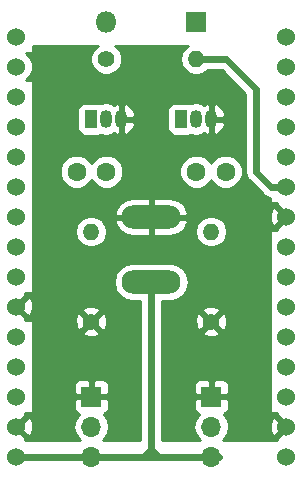
<source format=gbr>
G04 #@! TF.GenerationSoftware,KiCad,Pcbnew,(5.0.1)-4*
G04 #@! TF.CreationDate,2018-12-08T00:24:21+01:00*
G04 #@! TF.ProjectId,Motion Detector,4D6F74696F6E204465746563746F722E,rev?*
G04 #@! TF.SameCoordinates,Original*
G04 #@! TF.FileFunction,Copper,L2,Bot,Signal*
G04 #@! TF.FilePolarity,Positive*
%FSLAX46Y46*%
G04 Gerber Fmt 4.6, Leading zero omitted, Abs format (unit mm)*
G04 Created by KiCad (PCBNEW (5.0.1)-4) date 08-Dec-18 12:24:21 AM*
%MOMM*%
%LPD*%
G01*
G04 APERTURE LIST*
G04 #@! TA.AperFunction,ComponentPad*
%ADD10C,1.600000*%
G04 #@! TD*
G04 #@! TA.AperFunction,ComponentPad*
%ADD11R,1.800000X1.800000*%
G04 #@! TD*
G04 #@! TA.AperFunction,ComponentPad*
%ADD12O,1.800000X1.800000*%
G04 #@! TD*
G04 #@! TA.AperFunction,ComponentPad*
%ADD13O,5.000000X2.000000*%
G04 #@! TD*
G04 #@! TA.AperFunction,ComponentPad*
%ADD14R,1.700000X1.700000*%
G04 #@! TD*
G04 #@! TA.AperFunction,ComponentPad*
%ADD15O,1.700000X1.700000*%
G04 #@! TD*
G04 #@! TA.AperFunction,ComponentPad*
%ADD16O,1.050000X1.500000*%
G04 #@! TD*
G04 #@! TA.AperFunction,ComponentPad*
%ADD17R,1.050000X1.500000*%
G04 #@! TD*
G04 #@! TA.AperFunction,ComponentPad*
%ADD18O,1.400000X1.400000*%
G04 #@! TD*
G04 #@! TA.AperFunction,ComponentPad*
%ADD19C,1.400000*%
G04 #@! TD*
G04 #@! TA.AperFunction,ComponentPad*
%ADD20C,1.524000*%
G04 #@! TD*
G04 #@! TA.AperFunction,Conductor*
%ADD21C,0.600000*%
G04 #@! TD*
G04 #@! TA.AperFunction,Conductor*
%ADD22C,0.254000*%
G04 #@! TD*
G04 APERTURE END LIST*
D10*
G04 #@! TO.P,C1,2*
G04 #@! TO.N,/D2*
X154900000Y-88900000D03*
G04 #@! TO.P,C1,1*
G04 #@! TO.N,/DB2*
X152400000Y-88900000D03*
G04 #@! TD*
G04 #@! TO.P,C2,2*
G04 #@! TO.N,/D1*
X142280000Y-88900000D03*
G04 #@! TO.P,C2,1*
G04 #@! TO.N,/DB1*
X144780000Y-88900000D03*
G04 #@! TD*
D11*
G04 #@! TO.P,D1,1*
G04 #@! TO.N,/D0*
X152400000Y-76200000D03*
D12*
G04 #@! TO.P,D1,2*
G04 #@! TO.N,/RST*
X144780000Y-76200000D03*
G04 #@! TD*
D13*
G04 #@! TO.P,J1,1*
G04 #@! TO.N,GND*
X148590000Y-92750000D03*
G04 #@! TO.P,J1,2*
G04 #@! TO.N,VCC*
X148590000Y-98250000D03*
G04 #@! TD*
D14*
G04 #@! TO.P,J2,1*
G04 #@! TO.N,GND*
X153670000Y-107950000D03*
D15*
G04 #@! TO.P,J2,2*
G04 #@! TO.N,/D2*
X153670000Y-110490000D03*
G04 #@! TO.P,J2,3*
G04 #@! TO.N,VCC*
X153670000Y-113030000D03*
G04 #@! TD*
G04 #@! TO.P,J3,3*
G04 #@! TO.N,VCC*
X143510000Y-113030000D03*
G04 #@! TO.P,J3,2*
G04 #@! TO.N,/D1*
X143510000Y-110490000D03*
D14*
G04 #@! TO.P,J3,1*
G04 #@! TO.N,GND*
X143510000Y-107950000D03*
G04 #@! TD*
D16*
G04 #@! TO.P,Q1,2*
G04 #@! TO.N,/DB2*
X152400000Y-84455000D03*
G04 #@! TO.P,Q1,3*
G04 #@! TO.N,GND*
X153670000Y-84455000D03*
D17*
G04 #@! TO.P,Q1,1*
G04 #@! TO.N,/RST*
X151130000Y-84455000D03*
G04 #@! TD*
G04 #@! TO.P,Q2,1*
G04 #@! TO.N,/RST*
X143510000Y-84455000D03*
D16*
G04 #@! TO.P,Q2,3*
G04 #@! TO.N,GND*
X146050000Y-84455000D03*
G04 #@! TO.P,Q2,2*
G04 #@! TO.N,/DB1*
X144780000Y-84455000D03*
G04 #@! TD*
D18*
G04 #@! TO.P,R1,2*
G04 #@! TO.N,/DB2*
X153670000Y-93980000D03*
D19*
G04 #@! TO.P,R1,1*
G04 #@! TO.N,GND*
X153670000Y-101600000D03*
G04 #@! TD*
G04 #@! TO.P,R2,1*
G04 #@! TO.N,GND*
X143510000Y-101600000D03*
D18*
G04 #@! TO.P,R2,2*
G04 #@! TO.N,/DB1*
X143510000Y-93980000D03*
G04 #@! TD*
D19*
G04 #@! TO.P,R3,1*
G04 #@! TO.N,/RST*
X144780000Y-79375000D03*
D18*
G04 #@! TO.P,R3,2*
G04 #@! TO.N,+3V3*
X152400000Y-79375000D03*
G04 #@! TD*
D20*
G04 #@! TO.P,U1,1*
G04 #@! TO.N,Net-(U1-Pad1)*
X137160000Y-77470000D03*
G04 #@! TO.P,U1,2*
G04 #@! TO.N,Net-(U1-Pad2)*
X137160000Y-80010000D03*
G04 #@! TO.P,U1,3*
G04 #@! TO.N,Net-(U1-Pad3)*
X137160000Y-82550000D03*
G04 #@! TO.P,U1,4*
G04 #@! TO.N,Net-(U1-Pad4)*
X137160000Y-85090000D03*
G04 #@! TO.P,U1,5*
G04 #@! TO.N,Net-(U1-Pad5)*
X137160000Y-87630000D03*
G04 #@! TO.P,U1,6*
G04 #@! TO.N,Net-(U1-Pad6)*
X137160000Y-90170000D03*
G04 #@! TO.P,U1,7*
G04 #@! TO.N,Net-(U1-Pad7)*
X137160000Y-92710000D03*
G04 #@! TO.P,U1,8*
G04 #@! TO.N,Net-(U1-Pad8)*
X137160000Y-95250000D03*
G04 #@! TO.P,U1,9*
G04 #@! TO.N,Net-(U1-Pad9)*
X137160000Y-97790000D03*
G04 #@! TO.P,U1,10*
G04 #@! TO.N,GND*
X137160000Y-100330000D03*
G04 #@! TO.P,U1,11*
G04 #@! TO.N,+3V3*
X137160000Y-102870000D03*
G04 #@! TO.P,U1,12*
G04 #@! TO.N,Net-(U1-Pad12)*
X137160000Y-105410000D03*
G04 #@! TO.P,U1,13*
G04 #@! TO.N,/RST*
X137160000Y-107950000D03*
G04 #@! TO.P,U1,14*
G04 #@! TO.N,GND*
X137160000Y-110490000D03*
G04 #@! TO.P,U1,15*
G04 #@! TO.N,VCC*
X137160000Y-113030000D03*
G04 #@! TO.P,U1,16*
G04 #@! TO.N,+3V3*
X160020000Y-113030000D03*
G04 #@! TO.P,U1,17*
G04 #@! TO.N,GND*
X160020000Y-110490000D03*
G04 #@! TO.P,U1,18*
G04 #@! TO.N,Net-(U1-Pad18)*
X160020000Y-107950000D03*
G04 #@! TO.P,U1,19*
G04 #@! TO.N,Net-(U1-Pad19)*
X160020000Y-105410000D03*
G04 #@! TO.P,U1,20*
G04 #@! TO.N,Net-(U1-Pad20)*
X160020000Y-102870000D03*
G04 #@! TO.P,U1,21*
G04 #@! TO.N,Net-(U1-Pad21)*
X160020000Y-100330000D03*
G04 #@! TO.P,U1,22*
G04 #@! TO.N,Net-(U1-Pad22)*
X160020000Y-97790000D03*
G04 #@! TO.P,U1,23*
G04 #@! TO.N,Net-(U1-Pad23)*
X160020000Y-95250000D03*
G04 #@! TO.P,U1,24*
G04 #@! TO.N,GND*
X160020000Y-92710000D03*
G04 #@! TO.P,U1,25*
G04 #@! TO.N,+3V3*
X160020000Y-90170000D03*
G04 #@! TO.P,U1,26*
G04 #@! TO.N,Net-(U1-Pad26)*
X160020000Y-87630000D03*
G04 #@! TO.P,U1,27*
G04 #@! TO.N,Net-(U1-Pad27)*
X160020000Y-85090000D03*
G04 #@! TO.P,U1,28*
G04 #@! TO.N,/D2*
X160020000Y-82550000D03*
G04 #@! TO.P,U1,29*
G04 #@! TO.N,/D1*
X160020000Y-80010000D03*
G04 #@! TO.P,U1,30*
G04 #@! TO.N,/D0*
X160020000Y-77470000D03*
G04 #@! TD*
D21*
G04 #@! TO.N,VCC*
X137160000Y-113030000D02*
X143510000Y-113030000D01*
X148590000Y-98250000D02*
X148590000Y-99850000D01*
X148590000Y-112395000D02*
X149225000Y-113030000D01*
X149225000Y-113030000D02*
X154305000Y-113030000D01*
X148590000Y-113030000D02*
X149225000Y-113030000D01*
X148590000Y-112395000D02*
X148590000Y-113030000D01*
X148590000Y-99850000D02*
X148590000Y-112395000D01*
X148590000Y-112395000D02*
X147955000Y-113030000D01*
X143510000Y-113030000D02*
X147955000Y-113030000D01*
X147955000Y-113030000D02*
X148590000Y-113030000D01*
G04 #@! TO.N,+3V3*
X158750000Y-90170000D02*
X160020000Y-90170000D01*
X157480000Y-88900000D02*
X158750000Y-90170000D01*
X157480000Y-81915000D02*
X157480000Y-88900000D01*
X152400000Y-79375000D02*
X154940000Y-79375000D01*
X154940000Y-79375000D02*
X157480000Y-81915000D01*
G04 #@! TD*
D22*
G04 #@! TO.N,GND*
G36*
X144023783Y-78243242D02*
X143648242Y-78618783D01*
X143445000Y-79109452D01*
X143445000Y-79640548D01*
X143648242Y-80131217D01*
X144023783Y-80506758D01*
X144514452Y-80710000D01*
X145045548Y-80710000D01*
X145536217Y-80506758D01*
X145911758Y-80131217D01*
X146115000Y-79640548D01*
X146115000Y-79109452D01*
X145911758Y-78618783D01*
X145536217Y-78243242D01*
X145509076Y-78232000D01*
X151707685Y-78232000D01*
X151437519Y-78412519D01*
X151142458Y-78854109D01*
X151038846Y-79375000D01*
X151142458Y-79895891D01*
X151437519Y-80337481D01*
X151879109Y-80632542D01*
X152268515Y-80710000D01*
X152531485Y-80710000D01*
X152920891Y-80632542D01*
X153362481Y-80337481D01*
X153380843Y-80310000D01*
X154552711Y-80310000D01*
X156545000Y-82302290D01*
X156545001Y-88807910D01*
X156526683Y-88900000D01*
X156599250Y-89264818D01*
X156599251Y-89264819D01*
X156805904Y-89574097D01*
X156883970Y-89626259D01*
X158023741Y-90766031D01*
X158075903Y-90844097D01*
X158385181Y-91050750D01*
X158623000Y-91098055D01*
X158623000Y-91440000D01*
X158632667Y-91488601D01*
X158660197Y-91529803D01*
X158701399Y-91557333D01*
X158750000Y-91567000D01*
X159266084Y-91567000D01*
X159219392Y-91729787D01*
X160020000Y-92530395D01*
X160034143Y-92516253D01*
X160213748Y-92695858D01*
X160199605Y-92710000D01*
X160213748Y-92724143D01*
X160034143Y-92903748D01*
X160020000Y-92889605D01*
X159219392Y-93690213D01*
X159266084Y-93853000D01*
X158750000Y-93853000D01*
X158701399Y-93862667D01*
X158660197Y-93890197D01*
X158632667Y-93931399D01*
X158623000Y-93980000D01*
X158623000Y-109220000D01*
X158632667Y-109268601D01*
X158660197Y-109309803D01*
X158701399Y-109337333D01*
X158750000Y-109347000D01*
X159266084Y-109347000D01*
X159219392Y-109509787D01*
X160020000Y-110310395D01*
X160034143Y-110296253D01*
X160213748Y-110475858D01*
X160199605Y-110490000D01*
X160213748Y-110504143D01*
X160034143Y-110683748D01*
X160020000Y-110669605D01*
X159219392Y-111470213D01*
X159266084Y-111633000D01*
X154632308Y-111633000D01*
X154740625Y-111560625D01*
X155068839Y-111069418D01*
X155184092Y-110490000D01*
X155142779Y-110282302D01*
X158610856Y-110282302D01*
X158638638Y-110837368D01*
X158797603Y-111221143D01*
X159039787Y-111290608D01*
X159840395Y-110490000D01*
X159039787Y-109689392D01*
X158797603Y-109758857D01*
X158610856Y-110282302D01*
X155142779Y-110282302D01*
X155068839Y-109910582D01*
X154740625Y-109419375D01*
X154718967Y-109404904D01*
X154879698Y-109338327D01*
X155058327Y-109159699D01*
X155155000Y-108926310D01*
X155155000Y-108235750D01*
X154996250Y-108077000D01*
X153797000Y-108077000D01*
X153797000Y-108097000D01*
X153543000Y-108097000D01*
X153543000Y-108077000D01*
X152343750Y-108077000D01*
X152185000Y-108235750D01*
X152185000Y-108926310D01*
X152281673Y-109159699D01*
X152460302Y-109338327D01*
X152621033Y-109404904D01*
X152599375Y-109419375D01*
X152271161Y-109910582D01*
X152155908Y-110490000D01*
X152271161Y-111069418D01*
X152599375Y-111560625D01*
X152707692Y-111633000D01*
X149525000Y-111633000D01*
X149525000Y-106973690D01*
X152185000Y-106973690D01*
X152185000Y-107664250D01*
X152343750Y-107823000D01*
X153543000Y-107823000D01*
X153543000Y-106623750D01*
X153797000Y-106623750D01*
X153797000Y-107823000D01*
X154996250Y-107823000D01*
X155155000Y-107664250D01*
X155155000Y-106973690D01*
X155058327Y-106740301D01*
X154879698Y-106561673D01*
X154646309Y-106465000D01*
X153955750Y-106465000D01*
X153797000Y-106623750D01*
X153543000Y-106623750D01*
X153384250Y-106465000D01*
X152693691Y-106465000D01*
X152460302Y-106561673D01*
X152281673Y-106740301D01*
X152185000Y-106973690D01*
X149525000Y-106973690D01*
X149525000Y-102535275D01*
X152914331Y-102535275D01*
X152976169Y-102771042D01*
X153477122Y-102947419D01*
X154007440Y-102918664D01*
X154363831Y-102771042D01*
X154425669Y-102535275D01*
X153670000Y-101779605D01*
X152914331Y-102535275D01*
X149525000Y-102535275D01*
X149525000Y-101407122D01*
X152322581Y-101407122D01*
X152351336Y-101937440D01*
X152498958Y-102293831D01*
X152734725Y-102355669D01*
X153490395Y-101600000D01*
X153849605Y-101600000D01*
X154605275Y-102355669D01*
X154841042Y-102293831D01*
X155017419Y-101792878D01*
X154988664Y-101262560D01*
X154841042Y-100906169D01*
X154605275Y-100844331D01*
X153849605Y-101600000D01*
X153490395Y-101600000D01*
X152734725Y-100844331D01*
X152498958Y-100906169D01*
X152322581Y-101407122D01*
X149525000Y-101407122D01*
X149525000Y-100664725D01*
X152914331Y-100664725D01*
X153670000Y-101420395D01*
X154425669Y-100664725D01*
X154363831Y-100428958D01*
X153862878Y-100252581D01*
X153332560Y-100281336D01*
X152976169Y-100428958D01*
X152914331Y-100664725D01*
X149525000Y-100664725D01*
X149525000Y-99885000D01*
X150251031Y-99885000D01*
X150727945Y-99790136D01*
X151268769Y-99428769D01*
X151630136Y-98887945D01*
X151757031Y-98250000D01*
X151630136Y-97612055D01*
X151268769Y-97071231D01*
X150727945Y-96709864D01*
X150251031Y-96615000D01*
X146928969Y-96615000D01*
X146452055Y-96709864D01*
X145911231Y-97071231D01*
X145549864Y-97612055D01*
X145422969Y-98250000D01*
X145549864Y-98887945D01*
X145911231Y-99428769D01*
X146452055Y-99790136D01*
X146928969Y-99885000D01*
X147655000Y-99885000D01*
X147655001Y-111633000D01*
X144472308Y-111633000D01*
X144580625Y-111560625D01*
X144908839Y-111069418D01*
X145024092Y-110490000D01*
X144908839Y-109910582D01*
X144580625Y-109419375D01*
X144558967Y-109404904D01*
X144719698Y-109338327D01*
X144898327Y-109159699D01*
X144995000Y-108926310D01*
X144995000Y-108235750D01*
X144836250Y-108077000D01*
X143637000Y-108077000D01*
X143637000Y-108097000D01*
X143383000Y-108097000D01*
X143383000Y-108077000D01*
X142183750Y-108077000D01*
X142025000Y-108235750D01*
X142025000Y-108926310D01*
X142121673Y-109159699D01*
X142300302Y-109338327D01*
X142461033Y-109404904D01*
X142439375Y-109419375D01*
X142111161Y-109910582D01*
X141995908Y-110490000D01*
X142111161Y-111069418D01*
X142439375Y-111560625D01*
X142547692Y-111633000D01*
X137913916Y-111633000D01*
X137960608Y-111470213D01*
X137160000Y-110669605D01*
X137145858Y-110683748D01*
X136966253Y-110504143D01*
X136980395Y-110490000D01*
X137339605Y-110490000D01*
X138140213Y-111290608D01*
X138382397Y-111221143D01*
X138569144Y-110697698D01*
X138541362Y-110142632D01*
X138382397Y-109758857D01*
X138140213Y-109689392D01*
X137339605Y-110490000D01*
X136980395Y-110490000D01*
X136966253Y-110475858D01*
X137145858Y-110296253D01*
X137160000Y-110310395D01*
X137960608Y-109509787D01*
X137913916Y-109347000D01*
X138430000Y-109347000D01*
X138478601Y-109337333D01*
X138519803Y-109309803D01*
X138547333Y-109268601D01*
X138557000Y-109220000D01*
X138557000Y-106973690D01*
X142025000Y-106973690D01*
X142025000Y-107664250D01*
X142183750Y-107823000D01*
X143383000Y-107823000D01*
X143383000Y-106623750D01*
X143637000Y-106623750D01*
X143637000Y-107823000D01*
X144836250Y-107823000D01*
X144995000Y-107664250D01*
X144995000Y-106973690D01*
X144898327Y-106740301D01*
X144719698Y-106561673D01*
X144486309Y-106465000D01*
X143795750Y-106465000D01*
X143637000Y-106623750D01*
X143383000Y-106623750D01*
X143224250Y-106465000D01*
X142533691Y-106465000D01*
X142300302Y-106561673D01*
X142121673Y-106740301D01*
X142025000Y-106973690D01*
X138557000Y-106973690D01*
X138557000Y-102535275D01*
X142754331Y-102535275D01*
X142816169Y-102771042D01*
X143317122Y-102947419D01*
X143847440Y-102918664D01*
X144203831Y-102771042D01*
X144265669Y-102535275D01*
X143510000Y-101779605D01*
X142754331Y-102535275D01*
X138557000Y-102535275D01*
X138557000Y-101600000D01*
X138547333Y-101551399D01*
X138519803Y-101510197D01*
X138478601Y-101482667D01*
X138430000Y-101473000D01*
X137913916Y-101473000D01*
X137932811Y-101407122D01*
X142162581Y-101407122D01*
X142191336Y-101937440D01*
X142338958Y-102293831D01*
X142574725Y-102355669D01*
X143330395Y-101600000D01*
X143689605Y-101600000D01*
X144445275Y-102355669D01*
X144681042Y-102293831D01*
X144857419Y-101792878D01*
X144828664Y-101262560D01*
X144681042Y-100906169D01*
X144445275Y-100844331D01*
X143689605Y-101600000D01*
X143330395Y-101600000D01*
X142574725Y-100844331D01*
X142338958Y-100906169D01*
X142162581Y-101407122D01*
X137932811Y-101407122D01*
X137960608Y-101310213D01*
X137160000Y-100509605D01*
X137145858Y-100523748D01*
X136966253Y-100344143D01*
X136980395Y-100330000D01*
X137339605Y-100330000D01*
X138140213Y-101130608D01*
X138382397Y-101061143D01*
X138523825Y-100664725D01*
X142754331Y-100664725D01*
X143510000Y-101420395D01*
X144265669Y-100664725D01*
X144203831Y-100428958D01*
X143702878Y-100252581D01*
X143172560Y-100281336D01*
X142816169Y-100428958D01*
X142754331Y-100664725D01*
X138523825Y-100664725D01*
X138569144Y-100537698D01*
X138541362Y-99982632D01*
X138382397Y-99598857D01*
X138140213Y-99529392D01*
X137339605Y-100330000D01*
X136980395Y-100330000D01*
X136966253Y-100315858D01*
X137145858Y-100136253D01*
X137160000Y-100150395D01*
X137960608Y-99349787D01*
X137913916Y-99187000D01*
X138430000Y-99187000D01*
X138478601Y-99177333D01*
X138519803Y-99149803D01*
X138547333Y-99108601D01*
X138557000Y-99060000D01*
X138557000Y-93980000D01*
X142148846Y-93980000D01*
X142252458Y-94500891D01*
X142547519Y-94942481D01*
X142989109Y-95237542D01*
X143378515Y-95315000D01*
X143641485Y-95315000D01*
X144030891Y-95237542D01*
X144472481Y-94942481D01*
X144767542Y-94500891D01*
X144871154Y-93980000D01*
X144767542Y-93459109D01*
X144547929Y-93130434D01*
X145499876Y-93130434D01*
X145530856Y-93258355D01*
X145844078Y-93816317D01*
X146346980Y-94211942D01*
X146963000Y-94385000D01*
X148463000Y-94385000D01*
X148463000Y-92877000D01*
X148717000Y-92877000D01*
X148717000Y-94385000D01*
X150217000Y-94385000D01*
X150833020Y-94211942D01*
X151127854Y-93980000D01*
X152308846Y-93980000D01*
X152412458Y-94500891D01*
X152707519Y-94942481D01*
X153149109Y-95237542D01*
X153538515Y-95315000D01*
X153801485Y-95315000D01*
X154190891Y-95237542D01*
X154632481Y-94942481D01*
X154927542Y-94500891D01*
X155031154Y-93980000D01*
X154927542Y-93459109D01*
X154632481Y-93017519D01*
X154190891Y-92722458D01*
X153801485Y-92645000D01*
X153538515Y-92645000D01*
X153149109Y-92722458D01*
X152707519Y-93017519D01*
X152412458Y-93459109D01*
X152308846Y-93980000D01*
X151127854Y-93980000D01*
X151335922Y-93816317D01*
X151649144Y-93258355D01*
X151680124Y-93130434D01*
X151560777Y-92877000D01*
X148717000Y-92877000D01*
X148463000Y-92877000D01*
X145619223Y-92877000D01*
X145499876Y-93130434D01*
X144547929Y-93130434D01*
X144472481Y-93017519D01*
X144030891Y-92722458D01*
X143641485Y-92645000D01*
X143378515Y-92645000D01*
X142989109Y-92722458D01*
X142547519Y-93017519D01*
X142252458Y-93459109D01*
X142148846Y-93980000D01*
X138557000Y-93980000D01*
X138557000Y-92369566D01*
X145499876Y-92369566D01*
X145619223Y-92623000D01*
X148463000Y-92623000D01*
X148463000Y-91115000D01*
X148717000Y-91115000D01*
X148717000Y-92623000D01*
X151560777Y-92623000D01*
X151617616Y-92502302D01*
X158610856Y-92502302D01*
X158638638Y-93057368D01*
X158797603Y-93441143D01*
X159039787Y-93510608D01*
X159840395Y-92710000D01*
X159039787Y-91909392D01*
X158797603Y-91978857D01*
X158610856Y-92502302D01*
X151617616Y-92502302D01*
X151680124Y-92369566D01*
X151649144Y-92241645D01*
X151335922Y-91683683D01*
X150833020Y-91288058D01*
X150217000Y-91115000D01*
X148717000Y-91115000D01*
X148463000Y-91115000D01*
X146963000Y-91115000D01*
X146346980Y-91288058D01*
X145844078Y-91683683D01*
X145530856Y-92241645D01*
X145499876Y-92369566D01*
X138557000Y-92369566D01*
X138557000Y-88614561D01*
X140845000Y-88614561D01*
X140845000Y-89185439D01*
X141063466Y-89712862D01*
X141467138Y-90116534D01*
X141994561Y-90335000D01*
X142565439Y-90335000D01*
X143092862Y-90116534D01*
X143496534Y-89712862D01*
X143530000Y-89632068D01*
X143563466Y-89712862D01*
X143967138Y-90116534D01*
X144494561Y-90335000D01*
X145065439Y-90335000D01*
X145592862Y-90116534D01*
X145996534Y-89712862D01*
X146215000Y-89185439D01*
X146215000Y-88614561D01*
X150965000Y-88614561D01*
X150965000Y-89185439D01*
X151183466Y-89712862D01*
X151587138Y-90116534D01*
X152114561Y-90335000D01*
X152685439Y-90335000D01*
X153212862Y-90116534D01*
X153616534Y-89712862D01*
X153650000Y-89632068D01*
X153683466Y-89712862D01*
X154087138Y-90116534D01*
X154614561Y-90335000D01*
X155185439Y-90335000D01*
X155712862Y-90116534D01*
X156116534Y-89712862D01*
X156335000Y-89185439D01*
X156335000Y-88614561D01*
X156116534Y-88087138D01*
X155712862Y-87683466D01*
X155185439Y-87465000D01*
X154614561Y-87465000D01*
X154087138Y-87683466D01*
X153683466Y-88087138D01*
X153650000Y-88167932D01*
X153616534Y-88087138D01*
X153212862Y-87683466D01*
X152685439Y-87465000D01*
X152114561Y-87465000D01*
X151587138Y-87683466D01*
X151183466Y-88087138D01*
X150965000Y-88614561D01*
X146215000Y-88614561D01*
X145996534Y-88087138D01*
X145592862Y-87683466D01*
X145065439Y-87465000D01*
X144494561Y-87465000D01*
X143967138Y-87683466D01*
X143563466Y-88087138D01*
X143530000Y-88167932D01*
X143496534Y-88087138D01*
X143092862Y-87683466D01*
X142565439Y-87465000D01*
X141994561Y-87465000D01*
X141467138Y-87683466D01*
X141063466Y-88087138D01*
X140845000Y-88614561D01*
X138557000Y-88614561D01*
X138557000Y-83705000D01*
X142337560Y-83705000D01*
X142337560Y-85205000D01*
X142386843Y-85452765D01*
X142527191Y-85662809D01*
X142737235Y-85803157D01*
X142985000Y-85852440D01*
X144035000Y-85852440D01*
X144282765Y-85803157D01*
X144328134Y-85772842D01*
X144780000Y-85862725D01*
X145232609Y-85772695D01*
X145424996Y-85644146D01*
X145682664Y-85790266D01*
X145744190Y-85798964D01*
X145923000Y-85673163D01*
X145923000Y-84879709D01*
X145940000Y-84794245D01*
X145940000Y-84582000D01*
X146177000Y-84582000D01*
X146177000Y-85673163D01*
X146355810Y-85798964D01*
X146417336Y-85790266D01*
X146814255Y-85565179D01*
X147094823Y-85205331D01*
X147216326Y-84765506D01*
X147056593Y-84582000D01*
X146177000Y-84582000D01*
X145940000Y-84582000D01*
X145940000Y-84115754D01*
X145923000Y-84030290D01*
X145923000Y-83236837D01*
X146177000Y-83236837D01*
X146177000Y-84328000D01*
X147056593Y-84328000D01*
X147216326Y-84144494D01*
X147094915Y-83705000D01*
X149957560Y-83705000D01*
X149957560Y-85205000D01*
X150006843Y-85452765D01*
X150147191Y-85662809D01*
X150357235Y-85803157D01*
X150605000Y-85852440D01*
X151655000Y-85852440D01*
X151902765Y-85803157D01*
X151948134Y-85772842D01*
X152400000Y-85862725D01*
X152852609Y-85772695D01*
X153044996Y-85644146D01*
X153302664Y-85790266D01*
X153364190Y-85798964D01*
X153543000Y-85673163D01*
X153543000Y-84879709D01*
X153560000Y-84794245D01*
X153560000Y-84582000D01*
X153797000Y-84582000D01*
X153797000Y-85673163D01*
X153975810Y-85798964D01*
X154037336Y-85790266D01*
X154434255Y-85565179D01*
X154714823Y-85205331D01*
X154836326Y-84765506D01*
X154676593Y-84582000D01*
X153797000Y-84582000D01*
X153560000Y-84582000D01*
X153560000Y-84115754D01*
X153543000Y-84030290D01*
X153543000Y-83236837D01*
X153797000Y-83236837D01*
X153797000Y-84328000D01*
X154676593Y-84328000D01*
X154836326Y-84144494D01*
X154714823Y-83704669D01*
X154434255Y-83344821D01*
X154037336Y-83119734D01*
X153975810Y-83111036D01*
X153797000Y-83236837D01*
X153543000Y-83236837D01*
X153364190Y-83111036D01*
X153302664Y-83119734D01*
X153044996Y-83265854D01*
X152852608Y-83137305D01*
X152400000Y-83047275D01*
X151948133Y-83137157D01*
X151902765Y-83106843D01*
X151655000Y-83057560D01*
X150605000Y-83057560D01*
X150357235Y-83106843D01*
X150147191Y-83247191D01*
X150006843Y-83457235D01*
X149957560Y-83705000D01*
X147094915Y-83705000D01*
X147094823Y-83704669D01*
X146814255Y-83344821D01*
X146417336Y-83119734D01*
X146355810Y-83111036D01*
X146177000Y-83236837D01*
X145923000Y-83236837D01*
X145744190Y-83111036D01*
X145682664Y-83119734D01*
X145424996Y-83265854D01*
X145232608Y-83137305D01*
X144780000Y-83047275D01*
X144328133Y-83137157D01*
X144282765Y-83106843D01*
X144035000Y-83057560D01*
X142985000Y-83057560D01*
X142737235Y-83106843D01*
X142527191Y-83247191D01*
X142386843Y-83457235D01*
X142337560Y-83705000D01*
X138557000Y-83705000D01*
X138557000Y-81280000D01*
X138547333Y-81231399D01*
X138519803Y-81190197D01*
X138478601Y-81162667D01*
X138430000Y-81153000D01*
X137992657Y-81153000D01*
X138344320Y-80801337D01*
X138557000Y-80287881D01*
X138557000Y-79732119D01*
X138344320Y-79218663D01*
X137992657Y-78867000D01*
X138430000Y-78867000D01*
X138478601Y-78857333D01*
X138519803Y-78829803D01*
X138547333Y-78788601D01*
X138557000Y-78740000D01*
X138557000Y-78232000D01*
X144050924Y-78232000D01*
X144023783Y-78243242D01*
X144023783Y-78243242D01*
G37*
X144023783Y-78243242D02*
X143648242Y-78618783D01*
X143445000Y-79109452D01*
X143445000Y-79640548D01*
X143648242Y-80131217D01*
X144023783Y-80506758D01*
X144514452Y-80710000D01*
X145045548Y-80710000D01*
X145536217Y-80506758D01*
X145911758Y-80131217D01*
X146115000Y-79640548D01*
X146115000Y-79109452D01*
X145911758Y-78618783D01*
X145536217Y-78243242D01*
X145509076Y-78232000D01*
X151707685Y-78232000D01*
X151437519Y-78412519D01*
X151142458Y-78854109D01*
X151038846Y-79375000D01*
X151142458Y-79895891D01*
X151437519Y-80337481D01*
X151879109Y-80632542D01*
X152268515Y-80710000D01*
X152531485Y-80710000D01*
X152920891Y-80632542D01*
X153362481Y-80337481D01*
X153380843Y-80310000D01*
X154552711Y-80310000D01*
X156545000Y-82302290D01*
X156545001Y-88807910D01*
X156526683Y-88900000D01*
X156599250Y-89264818D01*
X156599251Y-89264819D01*
X156805904Y-89574097D01*
X156883970Y-89626259D01*
X158023741Y-90766031D01*
X158075903Y-90844097D01*
X158385181Y-91050750D01*
X158623000Y-91098055D01*
X158623000Y-91440000D01*
X158632667Y-91488601D01*
X158660197Y-91529803D01*
X158701399Y-91557333D01*
X158750000Y-91567000D01*
X159266084Y-91567000D01*
X159219392Y-91729787D01*
X160020000Y-92530395D01*
X160034143Y-92516253D01*
X160213748Y-92695858D01*
X160199605Y-92710000D01*
X160213748Y-92724143D01*
X160034143Y-92903748D01*
X160020000Y-92889605D01*
X159219392Y-93690213D01*
X159266084Y-93853000D01*
X158750000Y-93853000D01*
X158701399Y-93862667D01*
X158660197Y-93890197D01*
X158632667Y-93931399D01*
X158623000Y-93980000D01*
X158623000Y-109220000D01*
X158632667Y-109268601D01*
X158660197Y-109309803D01*
X158701399Y-109337333D01*
X158750000Y-109347000D01*
X159266084Y-109347000D01*
X159219392Y-109509787D01*
X160020000Y-110310395D01*
X160034143Y-110296253D01*
X160213748Y-110475858D01*
X160199605Y-110490000D01*
X160213748Y-110504143D01*
X160034143Y-110683748D01*
X160020000Y-110669605D01*
X159219392Y-111470213D01*
X159266084Y-111633000D01*
X154632308Y-111633000D01*
X154740625Y-111560625D01*
X155068839Y-111069418D01*
X155184092Y-110490000D01*
X155142779Y-110282302D01*
X158610856Y-110282302D01*
X158638638Y-110837368D01*
X158797603Y-111221143D01*
X159039787Y-111290608D01*
X159840395Y-110490000D01*
X159039787Y-109689392D01*
X158797603Y-109758857D01*
X158610856Y-110282302D01*
X155142779Y-110282302D01*
X155068839Y-109910582D01*
X154740625Y-109419375D01*
X154718967Y-109404904D01*
X154879698Y-109338327D01*
X155058327Y-109159699D01*
X155155000Y-108926310D01*
X155155000Y-108235750D01*
X154996250Y-108077000D01*
X153797000Y-108077000D01*
X153797000Y-108097000D01*
X153543000Y-108097000D01*
X153543000Y-108077000D01*
X152343750Y-108077000D01*
X152185000Y-108235750D01*
X152185000Y-108926310D01*
X152281673Y-109159699D01*
X152460302Y-109338327D01*
X152621033Y-109404904D01*
X152599375Y-109419375D01*
X152271161Y-109910582D01*
X152155908Y-110490000D01*
X152271161Y-111069418D01*
X152599375Y-111560625D01*
X152707692Y-111633000D01*
X149525000Y-111633000D01*
X149525000Y-106973690D01*
X152185000Y-106973690D01*
X152185000Y-107664250D01*
X152343750Y-107823000D01*
X153543000Y-107823000D01*
X153543000Y-106623750D01*
X153797000Y-106623750D01*
X153797000Y-107823000D01*
X154996250Y-107823000D01*
X155155000Y-107664250D01*
X155155000Y-106973690D01*
X155058327Y-106740301D01*
X154879698Y-106561673D01*
X154646309Y-106465000D01*
X153955750Y-106465000D01*
X153797000Y-106623750D01*
X153543000Y-106623750D01*
X153384250Y-106465000D01*
X152693691Y-106465000D01*
X152460302Y-106561673D01*
X152281673Y-106740301D01*
X152185000Y-106973690D01*
X149525000Y-106973690D01*
X149525000Y-102535275D01*
X152914331Y-102535275D01*
X152976169Y-102771042D01*
X153477122Y-102947419D01*
X154007440Y-102918664D01*
X154363831Y-102771042D01*
X154425669Y-102535275D01*
X153670000Y-101779605D01*
X152914331Y-102535275D01*
X149525000Y-102535275D01*
X149525000Y-101407122D01*
X152322581Y-101407122D01*
X152351336Y-101937440D01*
X152498958Y-102293831D01*
X152734725Y-102355669D01*
X153490395Y-101600000D01*
X153849605Y-101600000D01*
X154605275Y-102355669D01*
X154841042Y-102293831D01*
X155017419Y-101792878D01*
X154988664Y-101262560D01*
X154841042Y-100906169D01*
X154605275Y-100844331D01*
X153849605Y-101600000D01*
X153490395Y-101600000D01*
X152734725Y-100844331D01*
X152498958Y-100906169D01*
X152322581Y-101407122D01*
X149525000Y-101407122D01*
X149525000Y-100664725D01*
X152914331Y-100664725D01*
X153670000Y-101420395D01*
X154425669Y-100664725D01*
X154363831Y-100428958D01*
X153862878Y-100252581D01*
X153332560Y-100281336D01*
X152976169Y-100428958D01*
X152914331Y-100664725D01*
X149525000Y-100664725D01*
X149525000Y-99885000D01*
X150251031Y-99885000D01*
X150727945Y-99790136D01*
X151268769Y-99428769D01*
X151630136Y-98887945D01*
X151757031Y-98250000D01*
X151630136Y-97612055D01*
X151268769Y-97071231D01*
X150727945Y-96709864D01*
X150251031Y-96615000D01*
X146928969Y-96615000D01*
X146452055Y-96709864D01*
X145911231Y-97071231D01*
X145549864Y-97612055D01*
X145422969Y-98250000D01*
X145549864Y-98887945D01*
X145911231Y-99428769D01*
X146452055Y-99790136D01*
X146928969Y-99885000D01*
X147655000Y-99885000D01*
X147655001Y-111633000D01*
X144472308Y-111633000D01*
X144580625Y-111560625D01*
X144908839Y-111069418D01*
X145024092Y-110490000D01*
X144908839Y-109910582D01*
X144580625Y-109419375D01*
X144558967Y-109404904D01*
X144719698Y-109338327D01*
X144898327Y-109159699D01*
X144995000Y-108926310D01*
X144995000Y-108235750D01*
X144836250Y-108077000D01*
X143637000Y-108077000D01*
X143637000Y-108097000D01*
X143383000Y-108097000D01*
X143383000Y-108077000D01*
X142183750Y-108077000D01*
X142025000Y-108235750D01*
X142025000Y-108926310D01*
X142121673Y-109159699D01*
X142300302Y-109338327D01*
X142461033Y-109404904D01*
X142439375Y-109419375D01*
X142111161Y-109910582D01*
X141995908Y-110490000D01*
X142111161Y-111069418D01*
X142439375Y-111560625D01*
X142547692Y-111633000D01*
X137913916Y-111633000D01*
X137960608Y-111470213D01*
X137160000Y-110669605D01*
X137145858Y-110683748D01*
X136966253Y-110504143D01*
X136980395Y-110490000D01*
X137339605Y-110490000D01*
X138140213Y-111290608D01*
X138382397Y-111221143D01*
X138569144Y-110697698D01*
X138541362Y-110142632D01*
X138382397Y-109758857D01*
X138140213Y-109689392D01*
X137339605Y-110490000D01*
X136980395Y-110490000D01*
X136966253Y-110475858D01*
X137145858Y-110296253D01*
X137160000Y-110310395D01*
X137960608Y-109509787D01*
X137913916Y-109347000D01*
X138430000Y-109347000D01*
X138478601Y-109337333D01*
X138519803Y-109309803D01*
X138547333Y-109268601D01*
X138557000Y-109220000D01*
X138557000Y-106973690D01*
X142025000Y-106973690D01*
X142025000Y-107664250D01*
X142183750Y-107823000D01*
X143383000Y-107823000D01*
X143383000Y-106623750D01*
X143637000Y-106623750D01*
X143637000Y-107823000D01*
X144836250Y-107823000D01*
X144995000Y-107664250D01*
X144995000Y-106973690D01*
X144898327Y-106740301D01*
X144719698Y-106561673D01*
X144486309Y-106465000D01*
X143795750Y-106465000D01*
X143637000Y-106623750D01*
X143383000Y-106623750D01*
X143224250Y-106465000D01*
X142533691Y-106465000D01*
X142300302Y-106561673D01*
X142121673Y-106740301D01*
X142025000Y-106973690D01*
X138557000Y-106973690D01*
X138557000Y-102535275D01*
X142754331Y-102535275D01*
X142816169Y-102771042D01*
X143317122Y-102947419D01*
X143847440Y-102918664D01*
X144203831Y-102771042D01*
X144265669Y-102535275D01*
X143510000Y-101779605D01*
X142754331Y-102535275D01*
X138557000Y-102535275D01*
X138557000Y-101600000D01*
X138547333Y-101551399D01*
X138519803Y-101510197D01*
X138478601Y-101482667D01*
X138430000Y-101473000D01*
X137913916Y-101473000D01*
X137932811Y-101407122D01*
X142162581Y-101407122D01*
X142191336Y-101937440D01*
X142338958Y-102293831D01*
X142574725Y-102355669D01*
X143330395Y-101600000D01*
X143689605Y-101600000D01*
X144445275Y-102355669D01*
X144681042Y-102293831D01*
X144857419Y-101792878D01*
X144828664Y-101262560D01*
X144681042Y-100906169D01*
X144445275Y-100844331D01*
X143689605Y-101600000D01*
X143330395Y-101600000D01*
X142574725Y-100844331D01*
X142338958Y-100906169D01*
X142162581Y-101407122D01*
X137932811Y-101407122D01*
X137960608Y-101310213D01*
X137160000Y-100509605D01*
X137145858Y-100523748D01*
X136966253Y-100344143D01*
X136980395Y-100330000D01*
X137339605Y-100330000D01*
X138140213Y-101130608D01*
X138382397Y-101061143D01*
X138523825Y-100664725D01*
X142754331Y-100664725D01*
X143510000Y-101420395D01*
X144265669Y-100664725D01*
X144203831Y-100428958D01*
X143702878Y-100252581D01*
X143172560Y-100281336D01*
X142816169Y-100428958D01*
X142754331Y-100664725D01*
X138523825Y-100664725D01*
X138569144Y-100537698D01*
X138541362Y-99982632D01*
X138382397Y-99598857D01*
X138140213Y-99529392D01*
X137339605Y-100330000D01*
X136980395Y-100330000D01*
X136966253Y-100315858D01*
X137145858Y-100136253D01*
X137160000Y-100150395D01*
X137960608Y-99349787D01*
X137913916Y-99187000D01*
X138430000Y-99187000D01*
X138478601Y-99177333D01*
X138519803Y-99149803D01*
X138547333Y-99108601D01*
X138557000Y-99060000D01*
X138557000Y-93980000D01*
X142148846Y-93980000D01*
X142252458Y-94500891D01*
X142547519Y-94942481D01*
X142989109Y-95237542D01*
X143378515Y-95315000D01*
X143641485Y-95315000D01*
X144030891Y-95237542D01*
X144472481Y-94942481D01*
X144767542Y-94500891D01*
X144871154Y-93980000D01*
X144767542Y-93459109D01*
X144547929Y-93130434D01*
X145499876Y-93130434D01*
X145530856Y-93258355D01*
X145844078Y-93816317D01*
X146346980Y-94211942D01*
X146963000Y-94385000D01*
X148463000Y-94385000D01*
X148463000Y-92877000D01*
X148717000Y-92877000D01*
X148717000Y-94385000D01*
X150217000Y-94385000D01*
X150833020Y-94211942D01*
X151127854Y-93980000D01*
X152308846Y-93980000D01*
X152412458Y-94500891D01*
X152707519Y-94942481D01*
X153149109Y-95237542D01*
X153538515Y-95315000D01*
X153801485Y-95315000D01*
X154190891Y-95237542D01*
X154632481Y-94942481D01*
X154927542Y-94500891D01*
X155031154Y-93980000D01*
X154927542Y-93459109D01*
X154632481Y-93017519D01*
X154190891Y-92722458D01*
X153801485Y-92645000D01*
X153538515Y-92645000D01*
X153149109Y-92722458D01*
X152707519Y-93017519D01*
X152412458Y-93459109D01*
X152308846Y-93980000D01*
X151127854Y-93980000D01*
X151335922Y-93816317D01*
X151649144Y-93258355D01*
X151680124Y-93130434D01*
X151560777Y-92877000D01*
X148717000Y-92877000D01*
X148463000Y-92877000D01*
X145619223Y-92877000D01*
X145499876Y-93130434D01*
X144547929Y-93130434D01*
X144472481Y-93017519D01*
X144030891Y-92722458D01*
X143641485Y-92645000D01*
X143378515Y-92645000D01*
X142989109Y-92722458D01*
X142547519Y-93017519D01*
X142252458Y-93459109D01*
X142148846Y-93980000D01*
X138557000Y-93980000D01*
X138557000Y-92369566D01*
X145499876Y-92369566D01*
X145619223Y-92623000D01*
X148463000Y-92623000D01*
X148463000Y-91115000D01*
X148717000Y-91115000D01*
X148717000Y-92623000D01*
X151560777Y-92623000D01*
X151617616Y-92502302D01*
X158610856Y-92502302D01*
X158638638Y-93057368D01*
X158797603Y-93441143D01*
X159039787Y-93510608D01*
X159840395Y-92710000D01*
X159039787Y-91909392D01*
X158797603Y-91978857D01*
X158610856Y-92502302D01*
X151617616Y-92502302D01*
X151680124Y-92369566D01*
X151649144Y-92241645D01*
X151335922Y-91683683D01*
X150833020Y-91288058D01*
X150217000Y-91115000D01*
X148717000Y-91115000D01*
X148463000Y-91115000D01*
X146963000Y-91115000D01*
X146346980Y-91288058D01*
X145844078Y-91683683D01*
X145530856Y-92241645D01*
X145499876Y-92369566D01*
X138557000Y-92369566D01*
X138557000Y-88614561D01*
X140845000Y-88614561D01*
X140845000Y-89185439D01*
X141063466Y-89712862D01*
X141467138Y-90116534D01*
X141994561Y-90335000D01*
X142565439Y-90335000D01*
X143092862Y-90116534D01*
X143496534Y-89712862D01*
X143530000Y-89632068D01*
X143563466Y-89712862D01*
X143967138Y-90116534D01*
X144494561Y-90335000D01*
X145065439Y-90335000D01*
X145592862Y-90116534D01*
X145996534Y-89712862D01*
X146215000Y-89185439D01*
X146215000Y-88614561D01*
X150965000Y-88614561D01*
X150965000Y-89185439D01*
X151183466Y-89712862D01*
X151587138Y-90116534D01*
X152114561Y-90335000D01*
X152685439Y-90335000D01*
X153212862Y-90116534D01*
X153616534Y-89712862D01*
X153650000Y-89632068D01*
X153683466Y-89712862D01*
X154087138Y-90116534D01*
X154614561Y-90335000D01*
X155185439Y-90335000D01*
X155712862Y-90116534D01*
X156116534Y-89712862D01*
X156335000Y-89185439D01*
X156335000Y-88614561D01*
X156116534Y-88087138D01*
X155712862Y-87683466D01*
X155185439Y-87465000D01*
X154614561Y-87465000D01*
X154087138Y-87683466D01*
X153683466Y-88087138D01*
X153650000Y-88167932D01*
X153616534Y-88087138D01*
X153212862Y-87683466D01*
X152685439Y-87465000D01*
X152114561Y-87465000D01*
X151587138Y-87683466D01*
X151183466Y-88087138D01*
X150965000Y-88614561D01*
X146215000Y-88614561D01*
X145996534Y-88087138D01*
X145592862Y-87683466D01*
X145065439Y-87465000D01*
X144494561Y-87465000D01*
X143967138Y-87683466D01*
X143563466Y-88087138D01*
X143530000Y-88167932D01*
X143496534Y-88087138D01*
X143092862Y-87683466D01*
X142565439Y-87465000D01*
X141994561Y-87465000D01*
X141467138Y-87683466D01*
X141063466Y-88087138D01*
X140845000Y-88614561D01*
X138557000Y-88614561D01*
X138557000Y-83705000D01*
X142337560Y-83705000D01*
X142337560Y-85205000D01*
X142386843Y-85452765D01*
X142527191Y-85662809D01*
X142737235Y-85803157D01*
X142985000Y-85852440D01*
X144035000Y-85852440D01*
X144282765Y-85803157D01*
X144328134Y-85772842D01*
X144780000Y-85862725D01*
X145232609Y-85772695D01*
X145424996Y-85644146D01*
X145682664Y-85790266D01*
X145744190Y-85798964D01*
X145923000Y-85673163D01*
X145923000Y-84879709D01*
X145940000Y-84794245D01*
X145940000Y-84582000D01*
X146177000Y-84582000D01*
X146177000Y-85673163D01*
X146355810Y-85798964D01*
X146417336Y-85790266D01*
X146814255Y-85565179D01*
X147094823Y-85205331D01*
X147216326Y-84765506D01*
X147056593Y-84582000D01*
X146177000Y-84582000D01*
X145940000Y-84582000D01*
X145940000Y-84115754D01*
X145923000Y-84030290D01*
X145923000Y-83236837D01*
X146177000Y-83236837D01*
X146177000Y-84328000D01*
X147056593Y-84328000D01*
X147216326Y-84144494D01*
X147094915Y-83705000D01*
X149957560Y-83705000D01*
X149957560Y-85205000D01*
X150006843Y-85452765D01*
X150147191Y-85662809D01*
X150357235Y-85803157D01*
X150605000Y-85852440D01*
X151655000Y-85852440D01*
X151902765Y-85803157D01*
X151948134Y-85772842D01*
X152400000Y-85862725D01*
X152852609Y-85772695D01*
X153044996Y-85644146D01*
X153302664Y-85790266D01*
X153364190Y-85798964D01*
X153543000Y-85673163D01*
X153543000Y-84879709D01*
X153560000Y-84794245D01*
X153560000Y-84582000D01*
X153797000Y-84582000D01*
X153797000Y-85673163D01*
X153975810Y-85798964D01*
X154037336Y-85790266D01*
X154434255Y-85565179D01*
X154714823Y-85205331D01*
X154836326Y-84765506D01*
X154676593Y-84582000D01*
X153797000Y-84582000D01*
X153560000Y-84582000D01*
X153560000Y-84115754D01*
X153543000Y-84030290D01*
X153543000Y-83236837D01*
X153797000Y-83236837D01*
X153797000Y-84328000D01*
X154676593Y-84328000D01*
X154836326Y-84144494D01*
X154714823Y-83704669D01*
X154434255Y-83344821D01*
X154037336Y-83119734D01*
X153975810Y-83111036D01*
X153797000Y-83236837D01*
X153543000Y-83236837D01*
X153364190Y-83111036D01*
X153302664Y-83119734D01*
X153044996Y-83265854D01*
X152852608Y-83137305D01*
X152400000Y-83047275D01*
X151948133Y-83137157D01*
X151902765Y-83106843D01*
X151655000Y-83057560D01*
X150605000Y-83057560D01*
X150357235Y-83106843D01*
X150147191Y-83247191D01*
X150006843Y-83457235D01*
X149957560Y-83705000D01*
X147094915Y-83705000D01*
X147094823Y-83704669D01*
X146814255Y-83344821D01*
X146417336Y-83119734D01*
X146355810Y-83111036D01*
X146177000Y-83236837D01*
X145923000Y-83236837D01*
X145744190Y-83111036D01*
X145682664Y-83119734D01*
X145424996Y-83265854D01*
X145232608Y-83137305D01*
X144780000Y-83047275D01*
X144328133Y-83137157D01*
X144282765Y-83106843D01*
X144035000Y-83057560D01*
X142985000Y-83057560D01*
X142737235Y-83106843D01*
X142527191Y-83247191D01*
X142386843Y-83457235D01*
X142337560Y-83705000D01*
X138557000Y-83705000D01*
X138557000Y-81280000D01*
X138547333Y-81231399D01*
X138519803Y-81190197D01*
X138478601Y-81162667D01*
X138430000Y-81153000D01*
X137992657Y-81153000D01*
X138344320Y-80801337D01*
X138557000Y-80287881D01*
X138557000Y-79732119D01*
X138344320Y-79218663D01*
X137992657Y-78867000D01*
X138430000Y-78867000D01*
X138478601Y-78857333D01*
X138519803Y-78829803D01*
X138547333Y-78788601D01*
X138557000Y-78740000D01*
X138557000Y-78232000D01*
X144050924Y-78232000D01*
X144023783Y-78243242D01*
G04 #@! TD*
M02*

</source>
